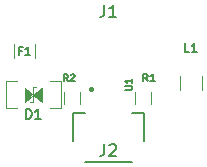
<source format=gto>
G04 #@! TF.GenerationSoftware,KiCad,Pcbnew,(5.99.0-840-g2507f985a)*
G04 #@! TF.CreationDate,2020-03-22T20:28:13-03:00*
G04 #@! TF.ProjectId,Unified-Daughterboard,556e6966-6965-4642-9d44-617567687465,rev?*
G04 #@! TF.SameCoordinates,Original*
G04 #@! TF.FileFunction,Legend,Top*
G04 #@! TF.FilePolarity,Positive*
%FSLAX46Y46*%
G04 Gerber Fmt 4.6, Leading zero omitted, Abs format (unit mm)*
G04 Created by KiCad (PCBNEW (5.99.0-840-g2507f985a)) date 2020-03-22 20:28:13*
%MOMM*%
%LPD*%
G01*
G04 APERTURE LIST*
%ADD10C,0.400000*%
%ADD11C,0.120000*%
%ADD12C,0.100000*%
%ADD13C,0.101600*%
%ADD14C,0.150000*%
%ADD15C,0.152400*%
%ADD16C,0.127000*%
%ADD17C,0.200000*%
%ADD18R,0.352000X0.652000*%
%ADD19R,0.402000X0.652000*%
%ADD20R,1.002000X0.602000*%
%ADD21O,1.202000X2.302000*%
%ADD22O,1.402000X2.002000*%
%ADD23C,0.752000*%
%ADD24C,3.602001*%
%ADD25R,0.702000X1.652000*%
%ADD26R,1.302000X1.902000*%
G04 APERTURE END LIST*
D10*
X73502500Y-66426400D02*
G75*
G03*
X73502500Y-66426400I0J0D01*
G01*
D11*
X81077500Y-66476064D02*
X81077500Y-65271936D01*
X82897500Y-66476064D02*
X82897500Y-65271936D01*
X71274500Y-67629000D02*
X71274500Y-66629000D01*
X72634500Y-66629000D02*
X72634500Y-67629000D01*
X68800500Y-62604936D02*
X68800500Y-63809064D01*
X66980500Y-62604936D02*
X66980500Y-63809064D01*
X68652500Y-66255000D02*
X68906500Y-66255000D01*
X68652500Y-67525000D02*
X68398500Y-67525000D01*
X68652500Y-66255000D02*
X68652500Y-67525000D01*
G36*
X68652500Y-66890000D02*
G01*
X67941500Y-67490000D01*
X67941500Y-66290000D01*
X68652500Y-66890000D01*
G37*
D12*
X68652500Y-66890000D02*
X67941500Y-67490000D01*
X67941500Y-66290000D01*
X68652500Y-66890000D01*
G36*
X69363500Y-67490000D02*
G01*
X68652500Y-66890000D01*
X69363500Y-66290000D01*
X69363500Y-67490000D01*
G37*
X69363500Y-67490000D02*
X68652500Y-66890000D01*
X69363500Y-66290000D01*
X69363500Y-67490000D01*
D13*
X66302500Y-68040000D02*
X66302500Y-65740000D01*
X66302500Y-65740000D02*
X67252500Y-65740000D01*
X66302500Y-68040000D02*
X67252500Y-68040000D01*
X71002500Y-65740000D02*
X71002500Y-68040000D01*
X71002500Y-65740000D02*
X70052500Y-65740000D01*
X71002500Y-68040000D02*
X70052500Y-68040000D01*
D14*
X77004500Y-68393000D02*
X78004500Y-68393000D01*
X78004500Y-68393000D02*
X78004500Y-70793000D01*
X77004500Y-72593000D02*
X73004500Y-72593000D01*
X72004500Y-70793000D02*
X72004500Y-68393000D01*
X72004500Y-68393000D02*
X73004500Y-68393000D01*
D11*
X78603500Y-66629000D02*
X78603500Y-67629000D01*
X77243500Y-67629000D02*
X77243500Y-66629000D01*
D14*
X76401128Y-66483542D02*
X76886842Y-66483542D01*
X76943985Y-66454971D01*
X76972557Y-66426400D01*
X77001128Y-66369257D01*
X77001128Y-66254971D01*
X76972557Y-66197828D01*
X76943985Y-66169257D01*
X76886842Y-66140685D01*
X76401128Y-66140685D01*
X77001128Y-65540685D02*
X77001128Y-65883542D01*
X77001128Y-65712114D02*
X76401128Y-65712114D01*
X76486842Y-65769257D01*
X76543985Y-65826400D01*
X76572557Y-65883542D01*
D15*
X81860500Y-63282714D02*
X81497642Y-63282714D01*
X81497642Y-62520714D01*
X82513642Y-63282714D02*
X82078214Y-63282714D01*
X82295928Y-63282714D02*
X82295928Y-62520714D01*
X82223357Y-62629571D01*
X82150785Y-62702142D01*
X82078214Y-62738428D01*
D16*
X71603133Y-65742280D02*
X71408400Y-65464090D01*
X71269304Y-65742280D02*
X71269304Y-65158080D01*
X71491857Y-65158080D01*
X71547495Y-65185900D01*
X71575314Y-65213719D01*
X71603133Y-65269357D01*
X71603133Y-65352814D01*
X71575314Y-65408452D01*
X71547495Y-65436271D01*
X71491857Y-65464090D01*
X71269304Y-65464090D01*
X71825685Y-65213719D02*
X71853504Y-65185900D01*
X71909142Y-65158080D01*
X72048238Y-65158080D01*
X72103876Y-65185900D01*
X72131695Y-65213719D01*
X72159514Y-65269357D01*
X72159514Y-65324995D01*
X72131695Y-65408452D01*
X71797866Y-65742280D01*
X72159514Y-65742280D01*
X67678833Y-63161642D02*
X67467166Y-63161642D01*
X67467166Y-63494261D02*
X67467166Y-62859261D01*
X67769547Y-62859261D01*
X68344071Y-63494261D02*
X67981214Y-63494261D01*
X68162642Y-63494261D02*
X68162642Y-62859261D01*
X68102166Y-62949976D01*
X68041690Y-63010452D01*
X67981214Y-63040690D01*
D17*
X68062023Y-68902904D02*
X68062023Y-68102904D01*
X68252500Y-68102904D01*
X68366785Y-68141000D01*
X68442976Y-68217190D01*
X68481071Y-68293380D01*
X68519166Y-68445761D01*
X68519166Y-68560047D01*
X68481071Y-68712428D01*
X68442976Y-68788619D01*
X68366785Y-68864809D01*
X68252500Y-68902904D01*
X68062023Y-68902904D01*
X69281071Y-68902904D02*
X68823928Y-68902904D01*
X69052500Y-68902904D02*
X69052500Y-68102904D01*
X68976309Y-68217190D01*
X68900119Y-68293380D01*
X68823928Y-68331476D01*
D14*
X74669166Y-59295380D02*
X74669166Y-60009666D01*
X74621547Y-60152523D01*
X74526309Y-60247761D01*
X74383452Y-60295380D01*
X74288214Y-60295380D01*
X75669166Y-60295380D02*
X75097738Y-60295380D01*
X75383452Y-60295380D02*
X75383452Y-59295380D01*
X75288214Y-59438238D01*
X75192976Y-59533476D01*
X75097738Y-59581095D01*
X74675166Y-71056380D02*
X74675166Y-71770666D01*
X74627547Y-71913523D01*
X74532309Y-72008761D01*
X74389452Y-72056380D01*
X74294214Y-72056380D01*
X75103738Y-71151619D02*
X75151357Y-71104000D01*
X75246595Y-71056380D01*
X75484690Y-71056380D01*
X75579928Y-71104000D01*
X75627547Y-71151619D01*
X75675166Y-71246857D01*
X75675166Y-71342095D01*
X75627547Y-71484952D01*
X75056119Y-72056380D01*
X75675166Y-72056380D01*
D16*
X78325666Y-65765261D02*
X78114000Y-65462880D01*
X77962809Y-65765261D02*
X77962809Y-65130261D01*
X78204714Y-65130261D01*
X78265190Y-65160500D01*
X78295428Y-65190738D01*
X78325666Y-65251214D01*
X78325666Y-65341928D01*
X78295428Y-65402404D01*
X78265190Y-65432642D01*
X78204714Y-65462880D01*
X77962809Y-65462880D01*
X78930428Y-65765261D02*
X78567571Y-65765261D01*
X78749000Y-65765261D02*
X78749000Y-65130261D01*
X78688523Y-65220976D01*
X78628047Y-65281452D01*
X78567571Y-65311690D01*
%LPC*%
G36*
X74069853Y-66098797D02*
G01*
X74126952Y-66136949D01*
X74165104Y-66194048D01*
X74178501Y-66261400D01*
X74178501Y-66561400D01*
X74165104Y-66628752D01*
X74126952Y-66685851D01*
X74069853Y-66724003D01*
X74002501Y-66737400D01*
X74002499Y-66737400D01*
X73935147Y-66724003D01*
X73878048Y-66685851D01*
X73839896Y-66628752D01*
X73826499Y-66561400D01*
X73826499Y-66261400D01*
X73839896Y-66194048D01*
X73878048Y-66136949D01*
X73935147Y-66098797D01*
X74002499Y-66085400D01*
X74002501Y-66085400D01*
X74069853Y-66098797D01*
G37*
D18*
X74502500Y-66411400D03*
D19*
X75002500Y-66411400D03*
D18*
X75502500Y-66411400D03*
X76002500Y-66411400D03*
X74502500Y-65641400D03*
X76002500Y-65641400D03*
X75502500Y-65641400D03*
X74002500Y-65641400D03*
D19*
X75002500Y-65641400D03*
G36*
X82746578Y-63818583D02*
G01*
X82834302Y-63877198D01*
X82892917Y-63964922D01*
X82913500Y-64068400D01*
X82913500Y-64879600D01*
X82892917Y-64983078D01*
X82834302Y-65070802D01*
X82746578Y-65129417D01*
X82643100Y-65150000D01*
X81331900Y-65150000D01*
X81228422Y-65129417D01*
X81140698Y-65070802D01*
X81082083Y-64983078D01*
X81061500Y-64879600D01*
X81061500Y-64068400D01*
X81082083Y-63964922D01*
X81140698Y-63877198D01*
X81228422Y-63818583D01*
X81331900Y-63798000D01*
X82643100Y-63798000D01*
X82746578Y-63818583D01*
G37*
G36*
X82746578Y-66618583D02*
G01*
X82834302Y-66677198D01*
X82892917Y-66764922D01*
X82913500Y-66868400D01*
X82913500Y-67679600D01*
X82892917Y-67783078D01*
X82834302Y-67870802D01*
X82746578Y-67929417D01*
X82643100Y-67950000D01*
X81331900Y-67950000D01*
X81228422Y-67929417D01*
X81140698Y-67870802D01*
X81082083Y-67783078D01*
X81061500Y-67679600D01*
X81061500Y-66868400D01*
X81082083Y-66764922D01*
X81140698Y-66677198D01*
X81228422Y-66618583D01*
X81331900Y-66598000D01*
X82643100Y-66598000D01*
X82746578Y-66618583D01*
G37*
D20*
X71954500Y-66379000D03*
X71954500Y-67879000D03*
G36*
X68649578Y-63951583D02*
G01*
X68737302Y-64010198D01*
X68795917Y-64097922D01*
X68816500Y-64201400D01*
X68816500Y-65012600D01*
X68795917Y-65116078D01*
X68737302Y-65203802D01*
X68649578Y-65262417D01*
X68546100Y-65283000D01*
X67234900Y-65283000D01*
X67131422Y-65262417D01*
X67043698Y-65203802D01*
X66985083Y-65116078D01*
X66964500Y-65012600D01*
X66964500Y-64201400D01*
X66985083Y-64097922D01*
X67043698Y-64010198D01*
X67131422Y-63951583D01*
X67234900Y-63931000D01*
X68546100Y-63931000D01*
X68649578Y-63951583D01*
G37*
G36*
X68649578Y-61151583D02*
G01*
X68737302Y-61210198D01*
X68795917Y-61297922D01*
X68816500Y-61401400D01*
X68816500Y-62212600D01*
X68795917Y-62316078D01*
X68737302Y-62403802D01*
X68649578Y-62462417D01*
X68546100Y-62483000D01*
X67234900Y-62483000D01*
X67131422Y-62462417D01*
X67043698Y-62403802D01*
X66985083Y-62316078D01*
X66964500Y-62212600D01*
X66964500Y-61401400D01*
X66985083Y-61297922D01*
X67043698Y-61210198D01*
X67131422Y-61151583D01*
X67234900Y-61131000D01*
X68546100Y-61131000D01*
X68649578Y-61151583D01*
G37*
G36*
X70683429Y-66259971D02*
G01*
X70772808Y-66319692D01*
X70832529Y-66409071D01*
X70853500Y-66514500D01*
X70853500Y-67265500D01*
X70832529Y-67370929D01*
X70772808Y-67460308D01*
X70683429Y-67520029D01*
X70578000Y-67541000D01*
X70027000Y-67541000D01*
X69921571Y-67520029D01*
X69832192Y-67460308D01*
X69772471Y-67370929D01*
X69751500Y-67265500D01*
X69751500Y-66514500D01*
X69772471Y-66409071D01*
X69832192Y-66319692D01*
X69921571Y-66259971D01*
X70027000Y-66239000D01*
X70578000Y-66239000D01*
X70683429Y-66259971D01*
G37*
G36*
X67383429Y-66259971D02*
G01*
X67472808Y-66319692D01*
X67532529Y-66409071D01*
X67553500Y-66514500D01*
X67553500Y-67265500D01*
X67532529Y-67370929D01*
X67472808Y-67460308D01*
X67383429Y-67520029D01*
X67278000Y-67541000D01*
X66727000Y-67541000D01*
X66621571Y-67520029D01*
X66532192Y-67460308D01*
X66472471Y-67370929D01*
X66451500Y-67265500D01*
X66451500Y-66514500D01*
X66472471Y-66409071D01*
X66532192Y-66319692D01*
X66621571Y-66259971D01*
X66727000Y-66239000D01*
X67278000Y-66239000D01*
X67383429Y-66259971D01*
G37*
D21*
X70702500Y-63343000D03*
D22*
X70702500Y-59143000D03*
D23*
X72112500Y-62792000D03*
X77892500Y-62792000D03*
D22*
X79302500Y-59143000D03*
G36*
X78495161Y-63355359D02*
G01*
X78552097Y-63393403D01*
X78590141Y-63450339D01*
X78603500Y-63517500D01*
X78603500Y-64718500D01*
X78590141Y-64785661D01*
X78552097Y-64842597D01*
X78495161Y-64880641D01*
X78428000Y-64894000D01*
X78077000Y-64894000D01*
X78009839Y-64880641D01*
X77952903Y-64842597D01*
X77914859Y-64785661D01*
X77901500Y-64718500D01*
X77901500Y-63517500D01*
X77914859Y-63450339D01*
X77952903Y-63393403D01*
X78009839Y-63355359D01*
X78077000Y-63342000D01*
X78428000Y-63342000D01*
X78495161Y-63355359D01*
G37*
G36*
X76891460Y-63349650D02*
G01*
X76924064Y-63371436D01*
X76945850Y-63404040D01*
X76953500Y-63442500D01*
X76953500Y-64793500D01*
X76945850Y-64831960D01*
X76924064Y-64864564D01*
X76891460Y-64886350D01*
X76853000Y-64894000D01*
X76652000Y-64894000D01*
X76613540Y-64886350D01*
X76580936Y-64864564D01*
X76559150Y-64831960D01*
X76551500Y-64793500D01*
X76551500Y-63442500D01*
X76559150Y-63404040D01*
X76580936Y-63371436D01*
X76613540Y-63349650D01*
X76652000Y-63342000D01*
X76853000Y-63342000D01*
X76891460Y-63349650D01*
G37*
G36*
X76391460Y-63349650D02*
G01*
X76424064Y-63371436D01*
X76445850Y-63404040D01*
X76453500Y-63442500D01*
X76453500Y-64793500D01*
X76445850Y-64831960D01*
X76424064Y-64864564D01*
X76391460Y-64886350D01*
X76353000Y-64894000D01*
X76152000Y-64894000D01*
X76113540Y-64886350D01*
X76080936Y-64864564D01*
X76059150Y-64831960D01*
X76051500Y-64793500D01*
X76051500Y-63442500D01*
X76059150Y-63404040D01*
X76080936Y-63371436D01*
X76113540Y-63349650D01*
X76152000Y-63342000D01*
X76353000Y-63342000D01*
X76391460Y-63349650D01*
G37*
G36*
X75891460Y-63349650D02*
G01*
X75924064Y-63371436D01*
X75945850Y-63404040D01*
X75953500Y-63442500D01*
X75953500Y-64793500D01*
X75945850Y-64831960D01*
X75924064Y-64864564D01*
X75891460Y-64886350D01*
X75853000Y-64894000D01*
X75652000Y-64894000D01*
X75613540Y-64886350D01*
X75580936Y-64864564D01*
X75559150Y-64831960D01*
X75551500Y-64793500D01*
X75551500Y-63442500D01*
X75559150Y-63404040D01*
X75580936Y-63371436D01*
X75613540Y-63349650D01*
X75652000Y-63342000D01*
X75853000Y-63342000D01*
X75891460Y-63349650D01*
G37*
G36*
X75395460Y-63349650D02*
G01*
X75428064Y-63371436D01*
X75449850Y-63404040D01*
X75457500Y-63442500D01*
X75457500Y-64793500D01*
X75449850Y-64831960D01*
X75428064Y-64864564D01*
X75395460Y-64886350D01*
X75357000Y-64894000D01*
X75156000Y-64894000D01*
X75117540Y-64886350D01*
X75084936Y-64864564D01*
X75063150Y-64831960D01*
X75055500Y-64793500D01*
X75055500Y-63442500D01*
X75063150Y-63404040D01*
X75084936Y-63371436D01*
X75117540Y-63349650D01*
X75156000Y-63342000D01*
X75357000Y-63342000D01*
X75395460Y-63349650D01*
G37*
G36*
X73391460Y-63349650D02*
G01*
X73424064Y-63371436D01*
X73445850Y-63404040D01*
X73453500Y-63442500D01*
X73453500Y-64793500D01*
X73445850Y-64831960D01*
X73424064Y-64864564D01*
X73391460Y-64886350D01*
X73353000Y-64894000D01*
X73152000Y-64894000D01*
X73113540Y-64886350D01*
X73080936Y-64864564D01*
X73059150Y-64831960D01*
X73051500Y-64793500D01*
X73051500Y-63442500D01*
X73059150Y-63404040D01*
X73080936Y-63371436D01*
X73113540Y-63349650D01*
X73152000Y-63342000D01*
X73353000Y-63342000D01*
X73391460Y-63349650D01*
G37*
G36*
X73891460Y-63349650D02*
G01*
X73924064Y-63371436D01*
X73945850Y-63404040D01*
X73953500Y-63442500D01*
X73953500Y-64793500D01*
X73945850Y-64831960D01*
X73924064Y-64864564D01*
X73891460Y-64886350D01*
X73853000Y-64894000D01*
X73652000Y-64894000D01*
X73613540Y-64886350D01*
X73580936Y-64864564D01*
X73559150Y-64831960D01*
X73551500Y-64793500D01*
X73551500Y-63442500D01*
X73559150Y-63404040D01*
X73580936Y-63371436D01*
X73613540Y-63349650D01*
X73652000Y-63342000D01*
X73853000Y-63342000D01*
X73891460Y-63349650D01*
G37*
G36*
X74391460Y-63349650D02*
G01*
X74424064Y-63371436D01*
X74445850Y-63404040D01*
X74453500Y-63442500D01*
X74453500Y-64793500D01*
X74445850Y-64831960D01*
X74424064Y-64864564D01*
X74391460Y-64886350D01*
X74353000Y-64894000D01*
X74152000Y-64894000D01*
X74113540Y-64886350D01*
X74080936Y-64864564D01*
X74059150Y-64831960D01*
X74051500Y-64793500D01*
X74051500Y-63442500D01*
X74059150Y-63404040D01*
X74080936Y-63371436D01*
X74113540Y-63349650D01*
X74152000Y-63342000D01*
X74353000Y-63342000D01*
X74391460Y-63349650D01*
G37*
G36*
X74891460Y-63349650D02*
G01*
X74924064Y-63371436D01*
X74945850Y-63404040D01*
X74953500Y-63442500D01*
X74953500Y-64793500D01*
X74945850Y-64831960D01*
X74924064Y-64864564D01*
X74891460Y-64886350D01*
X74853000Y-64894000D01*
X74652000Y-64894000D01*
X74613540Y-64886350D01*
X74580936Y-64864564D01*
X74559150Y-64831960D01*
X74551500Y-64793500D01*
X74551500Y-63442500D01*
X74559150Y-63404040D01*
X74580936Y-63371436D01*
X74613540Y-63349650D01*
X74652000Y-63342000D01*
X74853000Y-63342000D01*
X74891460Y-63349650D01*
G37*
D21*
X79302500Y-63343000D03*
G36*
X77695161Y-63355359D02*
G01*
X77752097Y-63393403D01*
X77790141Y-63450339D01*
X77803500Y-63517500D01*
X77803500Y-64718500D01*
X77790141Y-64785661D01*
X77752097Y-64842597D01*
X77695161Y-64880641D01*
X77628000Y-64894000D01*
X77277000Y-64894000D01*
X77209839Y-64880641D01*
X77152903Y-64842597D01*
X77114859Y-64785661D01*
X77101500Y-64718500D01*
X77101500Y-63517500D01*
X77114859Y-63450339D01*
X77152903Y-63393403D01*
X77209839Y-63355359D01*
X77277000Y-63342000D01*
X77628000Y-63342000D01*
X77695161Y-63355359D01*
G37*
G36*
X71995161Y-63355359D02*
G01*
X72052097Y-63393403D01*
X72090141Y-63450339D01*
X72103500Y-63517500D01*
X72103500Y-64718500D01*
X72090141Y-64785661D01*
X72052097Y-64842597D01*
X71995161Y-64880641D01*
X71928000Y-64894000D01*
X71577000Y-64894000D01*
X71509839Y-64880641D01*
X71452903Y-64842597D01*
X71414859Y-64785661D01*
X71401500Y-64718500D01*
X71401500Y-63517500D01*
X71414859Y-63450339D01*
X71452903Y-63393403D01*
X71509839Y-63355359D01*
X71577000Y-63342000D01*
X71928000Y-63342000D01*
X71995161Y-63355359D01*
G37*
G36*
X72795161Y-63355359D02*
G01*
X72852097Y-63393403D01*
X72890141Y-63450339D01*
X72903500Y-63517500D01*
X72903500Y-64718500D01*
X72890141Y-64785661D01*
X72852097Y-64842597D01*
X72795161Y-64880641D01*
X72728000Y-64894000D01*
X72377000Y-64894000D01*
X72309839Y-64880641D01*
X72252903Y-64842597D01*
X72214859Y-64785661D01*
X72201500Y-64718500D01*
X72201500Y-63517500D01*
X72214859Y-63450339D01*
X72252903Y-63393403D01*
X72309839Y-63355359D01*
X72377000Y-63342000D01*
X72728000Y-63342000D01*
X72795161Y-63355359D01*
G37*
D24*
X68004500Y-58543000D03*
X82004500Y-58543000D03*
X68004500Y-71043000D03*
X82004500Y-71043000D03*
D25*
X75504500Y-68018000D03*
X76504500Y-68018000D03*
X74504500Y-68018000D03*
X73504500Y-68018000D03*
D26*
X72204500Y-71893000D03*
X77804500Y-71893000D03*
D20*
X77923500Y-67879000D03*
X77923500Y-66379000D03*
M02*

</source>
